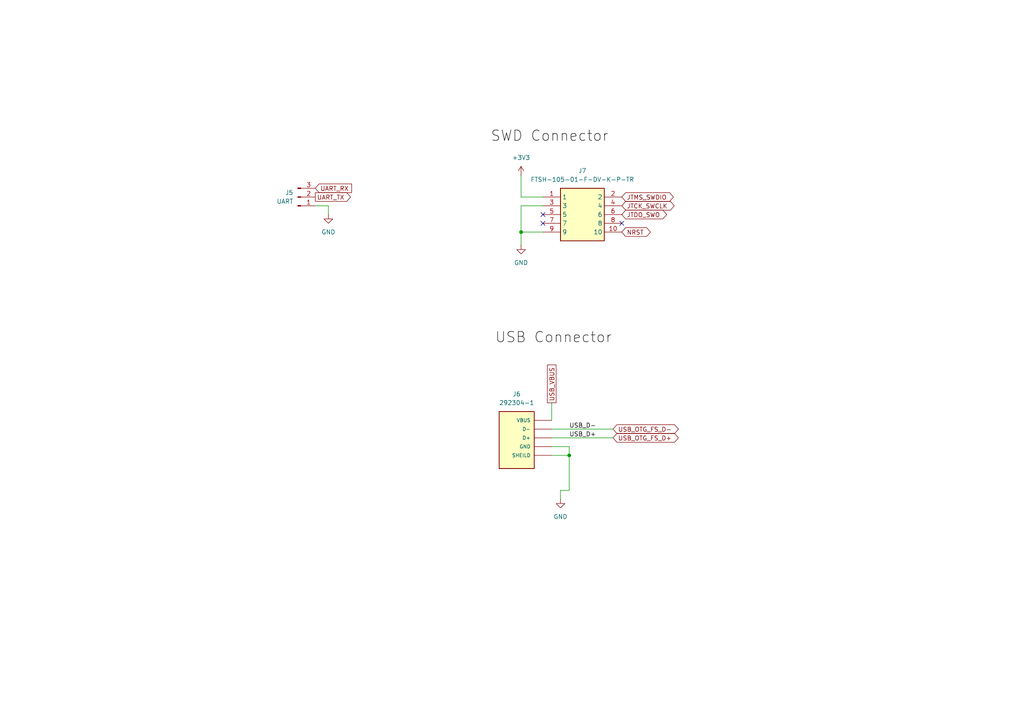
<source format=kicad_sch>
(kicad_sch (version 20231120) (generator "eeschema") (generator_version "8.0")
  (paper "A4")
  (lib_symbols
    (symbol "292304-1:292304-1" (pin_numbers hide) (pin_names (offset 1.016))
      (property "Reference" "J" (at -5.08 7.6454 0))
      (property "Value" "292304-1" (at -5.08 -11.43 0))
      (symbol "292304-1_0_0"
        (rectangle (start -5.08 7.62) (end 5.08 -8.89) (stroke (width 0.254)) (fill (type background)))
        (pin power_in line (at -10.16 -5.08 0) (length 5.08) (name "SHEILD") (number "0"))
        (pin power_in line (at -10.16 5.08 0) (length 5.08) (name "VBUS") (number "1"))
        (pin bidirectional line (at -10.16 2.54 0) (length 5.08) (name "D-") (number "2"))
        (pin bidirectional line (at -10.16 0 0) (length 5.08) (name "D+") (number "3"))
        (pin power_in line (at -10.16 -2.54 0) (length 5.08) (name "GND") (number "4"))
      )
    )
    (symbol "Connector:Conn_01x03_Male" (pin_names (offset 1.016) hide)
      (property "Reference" "J" (at 0 5.08 0))
      (property "Value" "Conn_01x03_Male" (at 0 -5.08 0))
      (symbol "Conn_01x03_Male_1_1"
        (polyline (pts (xy 1.27 -2.54) (xy 0.8636 -2.54)) (stroke (width 0.1524)))
        (polyline (pts (xy 1.27 0) (xy 0.8636 0)) (stroke (width 0.1524)))
        (polyline (pts (xy 1.27 2.54) (xy 0.8636 2.54)) (stroke (width 0.1524)))
        (rectangle (start 0.8636 -2.413) (end 0 -2.667) (stroke (width 0.1524)) (fill (type outline)))
        (rectangle (start 0.8636 0.127) (end 0 -0.127) (stroke (width 0.1524)) (fill (type outline)))
        (rectangle (start 0.8636 2.667) (end 0 2.413) (stroke (width 0.1524)) (fill (type outline)))
        (pin passive line (at 5.08 2.54 180) (length 3.81) (name "Pin_1") (number "1"))
        (pin passive line (at 5.08 0 180) (length 3.81) (name "Pin_2") (number "2"))
        (pin passive line (at 5.08 -2.54 180) (length 3.81) (name "Pin_3") (number "3"))
      )
    )
    (symbol "FTSH-105-01-F-DV-K-P-TR:FTSH-105-01-F-DV-K-P-TR"
      (property "Reference" "J" (at 19.05 7.62 0))
      (property "Value" "FTSH-105-01-F-DV-K-P-TR" (at 19.05 5.08 0))
      (symbol "FTSH-105-01-F-DV-K-P-TR_1_1"
        (rectangle (start 5.08 2.54) (end 17.78 -12.7) (stroke (width 0.254)) (fill (type background)))
        (pin passive line (at 0 0 0) (length 5.08) (name "1") (number "1"))
        (pin passive line (at 22.86 -10.16 180) (length 5.08) (name "10") (number "10"))
        (pin passive line (at 22.86 0 180) (length 5.08) (name "2") (number "2"))
        (pin passive line (at 0 -2.54 0) (length 5.08) (name "3") (number "3"))
        (pin passive line (at 22.86 -2.54 180) (length 5.08) (name "4") (number "4"))
        (pin passive line (at 0 -5.08 0) (length 5.08) (name "5") (number "5"))
        (pin passive line (at 22.86 -5.08 180) (length 5.08) (name "6") (number "6"))
        (pin passive line (at 0 -7.62 0) (length 5.08) (name "7") (number "7"))
        (pin passive line (at 22.86 -7.62 180) (length 5.08) (name "8") (number "8"))
        (pin passive line (at 0 -10.16 0) (length 5.08) (name "9") (number "9"))
      )
    )
    (symbol "power:+3.3V" (power) (pin_numbers hide) (pin_names (offset 0) hide)
      (property "Value" "+3.3V" (at 0 3.556 0))
      (symbol "+3.3V_0_1"
        (polyline (pts (xy -0.762 1.27) (xy 0 2.54)))
        (polyline (pts (xy 0 0) (xy 0 2.54)))
        (polyline (pts (xy 0 2.54) (xy 0.762 1.27)))
      )
      (symbol "+3.3V_1_1"
        (pin power_in line (at 0 0 90) (length 0) (name "~") (number "1"))
      )
    )
    (symbol "power:GND" (power) (pin_numbers hide) (pin_names (offset 0) hide)
      (property "Value" "GND" (at 0 -3.81 0))
      (symbol "GND_0_1"
        (polyline (pts (xy 0 0) (xy 0 -1.27) (xy 1.27 -1.27) (xy 0 -2.54) (xy -1.27 -1.27) (xy 0 -1.27)))
      )
      (symbol "GND_1_1"
        (pin power_in line (at 0 0 270) (length 0) (name "~") (number "1"))
      )
    )
  )
  (junction (at 151.13 67.31))
  (junction (at 165.1 132.08))
  (no_connect (at 157.48 64.77))
  (no_connect (at 157.48 62.23))
  (no_connect (at 180.34 64.77))
  (wire (pts (xy 165.1 129.54) (xy 165.1 132.08)))
  (wire (pts (xy 157.48 59.69) (xy 151.13 59.69)))
  (wire (pts (xy 160.02 116.84) (xy 160.02 121.92)))
  (wire (pts (xy 160.02 124.46) (xy 177.8 124.46)))
  (wire (pts (xy 160.02 127) (xy 177.8 127)))
  (wire (pts (xy 151.13 50.8) (xy 151.13 57.15)))
  (wire (pts (xy 151.13 59.69) (xy 151.13 67.31)))
  (wire (pts (xy 160.02 132.08) (xy 165.1 132.08)))
  (wire (pts (xy 91.44 59.69) (xy 95.25 59.69)))
  (wire (pts (xy 165.1 142.24) (xy 162.56 142.24)))
  (wire (pts (xy 151.13 67.31) (xy 151.13 71.12)))
  (wire (pts (xy 151.13 57.15) (xy 157.48 57.15)))
  (wire (pts (xy 95.25 59.69) (xy 95.25 62.23)))
  (wire (pts (xy 165.1 129.54) (xy 160.02 129.54)))
  (wire (pts (xy 162.56 142.24) (xy 162.56 144.78)))
  (wire (pts (xy 165.1 132.08) (xy 165.1 142.24)))
  (wire (pts (xy 151.13 67.31) (xy 157.48 67.31)))
  (label "USB Connector" (at 143.51 100.33 0) (effects (font (size 3 3))))
  (label "SWD Connector" (at 142.24 41.91 0) (effects (font (size 3 3))))
  (label "USB_D-" (at 165.1 124.46 0))
  (label "USB_D+" (at 165.1 127 0))
  (global_label "USB_OTG_FS_D+" (shape bidirectional) (at 177.8 127 0) (property "Intersheetrefs" "${INTERSHEET_REFS}" (effects (hide yes))))
  (global_label "USB_VBUS" (shape passive) (at 160.02 116.84 90) (property "Intersheetrefs" "${INTERSHEET_REFS}" (effects (hide yes))))
  (global_label "USB_OTG_FS_D-" (shape bidirectional) (at 177.8 124.46 0) (property "Intersheetrefs" "${INTERSHEET_REFS}" (effects (hide yes))))
  (global_label "JTCK_SWCLK" (shape bidirectional) (at 180.34 59.69 0) (property "Intersheetrefs" "${INTERSHEET_REFS}" (effects (hide yes))))
  (global_label "UART_TX" (shape output) (at 91.44 57.15 0) (property "Intersheetrefs" "${INTERSHEET_REFS}" (effects (hide yes))))
  (global_label "NRST" (shape bidirectional) (at 180.34 67.31 0) (property "Intersheetrefs" "${INTERSHEET_REFS}" (effects (hide yes))))
  (global_label "JTDO_SWO" (shape bidirectional) (at 180.34 62.23 0) (property "Intersheetrefs" "${INTERSHEET_REFS}" (effects (hide yes))))
  (global_label "JTMS_SWDIO" (shape bidirectional) (at 180.34 57.15 0) (property "Intersheetrefs" "${INTERSHEET_REFS}" (effects (hide yes))))
  (global_label "UART_RX" (shape input) (at 91.44 54.61 0) (property "Intersheetrefs" "${INTERSHEET_REFS}" (effects (hide yes))))
  (symbol (lib_id "power:GND") (at 95.25 62.23 0) (unit 1)
    (property "Reference" "#PWR027" (effects (hide yes)))
    (property "Value" "GND" (at 95.25 67.31 0))
  )
  (symbol (lib_id "power:+3.3V") (at 151.13 50.8 0) (unit 1)
    (property "Reference" "#PWR028" (effects (hide yes)))
    (property "Value" "+3V3" (at 151.13 45.72 0))
    (property "Description" "Power symbol creates a global label with name \"+3.3V\"" (effects (hide yes)))
  )
  (symbol (lib_id "FTSH-105-01-F-DV-K-P-TR:FTSH-105-01-F-DV-K-P-TR") (at 157.48 57.15 0) (unit 1)
    (property "Reference" "J7" (at 168.91 49.53 0))
    (property "Value" "FTSH-105-01-F-DV-K-P-TR" (at 168.91 52.07 0))
    (property "Footprint" "footprints:FTSH-105-XX-YYY-DV-K-P-TR" (effects (hide yes)))
    (property "Datasheet" "https://www.farnell.com/datasheets/2570365.pdf" (effects (hide yes)))
    (property "Description" "10 Position, High Reliability Header Strips, 0.050&quot; pitch" (effects (hide yes)))
    (property "Mouser Part Number" "FTSH-105-01-F-DV-K-P-TR" (effects (hide yes)))
    (property "Mouser Price/Stock" "https://www.mouser.co.uk/ProductDetail/Samtec/FTSH-105-01-F-DV-K-P-TR?qs=hzq9O0YpnZtIzUJLy10vxQ%3D%3D" (effects (hide yes)))
    (property "Manufacturer_Name" "SAMTEC" (effects (hide yes)))
    (property "Manufacturer_Part_Number" "FTSH-105-01-F-DV-K-P-TR" (effects (hide yes)))
    (property "LCSC" "C5250218" (effects (hide yes)))
    (property "Farnell" "3550948" (effects (hide yes)))
  )
  (symbol (lib_id "power:GND") (at 151.13 71.12 0) (unit 1)
    (property "Reference" "#PWR029" (effects (hide yes)))
    (property "Value" "GND" (at 151.13 76.2 0))
    (property "Description" "Power symbol creates a global label with name \"GND\" , ground" (effects (hide yes)))
  )
  (symbol (lib_id "power:GND") (at 162.56 144.78 0) (mirror y) (unit 1)
    (property "Reference" "#PWR030" (effects (hide yes)))
    (property "Value" "GND" (at 162.56 149.86 0))
  )
  (symbol (lib_id "Connector:Conn_01x03_Male") (at 86.36 57.15 0) (mirror x) (unit 1)
    (property "Reference" "J5" (at 85.09 55.8799 0) (effects (justify right)))
    (property "Value" "UART" (at 85.09 58.4199 0) (effects (justify right)))
    (property "Footprint" "Connector_PinHeader_2.54mm:PinHeader_1x03_P2.54mm_Horizontal" (effects (hide yes)))
    (property "Datasheet" "https://www.farnell.com/datasheets/3148564.pdf" (effects (hide yes)))
    (property "Description" "Connector Header Through Hole 4 position 0.100\" (2.54mm)" (effects (hide yes)))
    (property "MANUFACTURER" "Samtec" (effects (hide yes)))
    (property "Manufacturer_Name" "MULTICOMP PRO" (effects (hide yes)))
    (property "Manufacturer_Part_Number" "TSW-103-14-TM-S" (effects (hide yes)))
    (property "Farnell" "1593427" (effects (hide yes)))
    (property "Mouser Part Number" "MC34747" (effects (hide yes)))
  )
  (symbol (lib_id "292304-1:292304-1") (at 149.86 127 0) (mirror y) (unit 1)
    (property "Reference" "J6" (at 149.86 114.3 0))
    (property "Value" "292304-1" (at 149.86 116.84 0))
    (property "Footprint" "footprints:TE_292304-1" (effects (hide yes)))
    (property "Datasheet" "https://www.farnell.com/datasheets/2365064.pdf" (effects (hide yes)))
    (property "Description" "USB-B (USB TYPE-B) USB 2.0 Receptacle Connector 4 Position Through Hole, Right Angle" (effects (hide yes)))
    (property "Product_Type" "Connector" (effects (hide yes)))
    (property "Comment" "292304-1" (effects (hide yes)))
    (property "Number_of_Positions" "4" (effects (hide yes)))
    (property "Centerline_Pitch" "2.5 mm[.098 in]" (effects (hide yes)))
    (property "EU_RoHS_Compliance" "Compliant" (effects (hide yes)))
    (property "LCSC" "C86462" (effects (hide yes)))
    (property "MANUFACTURER" "TE Connectivity" (effects (hide yes)))
    (property "Manufacturer_Name" "AMP - TE CONNECTIVITY" (effects (hide yes)))
    (property "Manufacturer_Part_Number" "292304-1" (effects (hide yes)))
    (property "Farnell" "1076665" (effects (hide yes)))
    (property "Mouser Part Number" "292304-1" (effects (hide yes)))
  )
)
</source>
